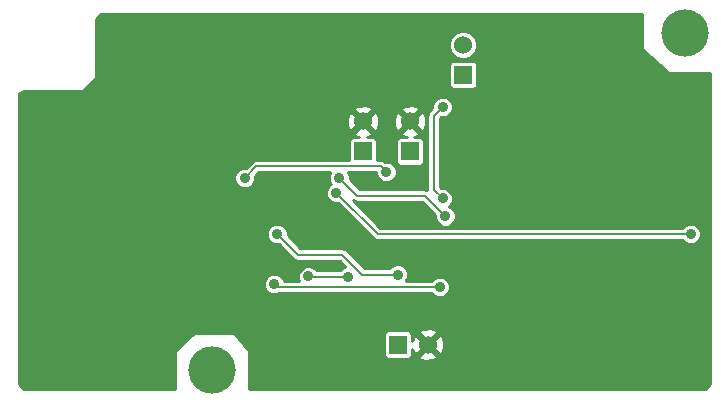
<source format=gbl>
G04 (created by PCBNEW-RS274X (2012-01-19 BZR 3256)-stable) date 12/5/2012 4:20:54 PM*
G01*
G70*
G90*
%MOIN*%
G04 Gerber Fmt 3.4, Leading zero omitted, Abs format*
%FSLAX34Y34*%
G04 APERTURE LIST*
%ADD10C,0.006000*%
%ADD11R,0.060000X0.060000*%
%ADD12C,0.060000*%
%ADD13C,0.157500*%
%ADD14C,0.035000*%
%ADD15C,0.008000*%
%ADD16C,0.010000*%
G04 APERTURE END LIST*
G54D10*
G54D11*
X57382Y-35736D03*
G54D12*
X57382Y-34736D03*
G54D11*
X55610Y-38295D03*
G54D12*
X55610Y-37295D03*
G54D11*
X54035Y-38295D03*
G54D12*
X54035Y-37295D03*
G54D13*
X49016Y-45571D03*
X64764Y-34343D03*
G54D11*
X55200Y-44730D03*
G54D12*
X56200Y-44730D03*
G54D14*
X64961Y-41043D03*
X53150Y-39665D03*
X53248Y-39173D03*
X56791Y-40453D03*
X53550Y-42470D03*
X52220Y-42460D03*
X55200Y-42400D03*
X51181Y-41043D03*
X56594Y-42815D03*
X51083Y-42717D03*
X50098Y-39173D03*
X54823Y-38976D03*
X56693Y-36811D03*
X56693Y-39862D03*
X46975Y-34275D03*
X56390Y-41580D03*
X52050Y-35450D03*
X48720Y-39370D03*
X43209Y-41437D03*
X44783Y-39764D03*
X43209Y-36516D03*
X43307Y-42421D03*
X46260Y-45177D03*
X53445Y-45177D03*
X56300Y-34400D03*
X45100Y-41000D03*
X49606Y-41240D03*
X56791Y-42224D03*
X56791Y-39272D03*
X64862Y-38681D03*
X49114Y-37992D03*
X60900Y-34325D03*
X64862Y-42815D03*
X43209Y-44390D03*
X48819Y-36122D03*
X51280Y-36811D03*
X53248Y-41240D03*
G54D15*
X54527Y-41043D02*
X64961Y-41043D01*
X53150Y-39666D02*
X54527Y-41043D01*
X53150Y-39665D02*
X53150Y-39666D01*
X56102Y-39764D02*
X53839Y-39764D01*
X53839Y-39764D02*
X53248Y-39173D01*
X56791Y-40453D02*
X56102Y-39764D01*
X52220Y-42460D02*
X52230Y-42470D01*
X52230Y-42470D02*
X53550Y-42470D01*
X53347Y-41732D02*
X54015Y-42400D01*
X51870Y-41732D02*
X53347Y-41732D01*
X51181Y-41043D02*
X51870Y-41732D01*
X54015Y-42400D02*
X55200Y-42400D01*
X51181Y-42815D02*
X56594Y-42815D01*
X51083Y-42717D02*
X51181Y-42815D01*
X54627Y-38780D02*
X50491Y-38780D01*
X50491Y-38780D02*
X50098Y-39173D01*
X54823Y-38976D02*
X54627Y-38780D01*
X56693Y-36811D02*
X56398Y-37106D01*
X56398Y-37106D02*
X56398Y-39567D01*
X56398Y-39567D02*
X56693Y-39862D01*
X46975Y-34275D02*
X46950Y-34275D01*
G54D10*
G36*
X65600Y-46042D02*
X65432Y-46210D01*
X65305Y-46210D01*
X65305Y-41112D01*
X65305Y-40975D01*
X65253Y-40849D01*
X65156Y-40752D01*
X65030Y-40699D01*
X64893Y-40699D01*
X64767Y-40751D01*
X64685Y-40833D01*
X57852Y-40833D01*
X57852Y-36070D01*
X57852Y-36002D01*
X57852Y-35402D01*
X57852Y-34830D01*
X57852Y-34643D01*
X57781Y-34470D01*
X57649Y-34338D01*
X57476Y-34266D01*
X57289Y-34266D01*
X57116Y-34337D01*
X56984Y-34469D01*
X56912Y-34642D01*
X56912Y-34829D01*
X56983Y-35002D01*
X57115Y-35134D01*
X57288Y-35206D01*
X57475Y-35206D01*
X57648Y-35135D01*
X57780Y-35003D01*
X57852Y-34830D01*
X57852Y-35402D01*
X57826Y-35340D01*
X57778Y-35292D01*
X57716Y-35266D01*
X57648Y-35266D01*
X57048Y-35266D01*
X56986Y-35292D01*
X56938Y-35340D01*
X56912Y-35402D01*
X56912Y-35470D01*
X56912Y-36070D01*
X56938Y-36132D01*
X56986Y-36180D01*
X57048Y-36206D01*
X57116Y-36206D01*
X57716Y-36206D01*
X57778Y-36180D01*
X57826Y-36132D01*
X57852Y-36070D01*
X57852Y-40833D01*
X54613Y-40833D01*
X53696Y-39916D01*
X53736Y-39942D01*
X53758Y-39957D01*
X53759Y-39958D01*
X53838Y-39973D01*
X53839Y-39974D01*
X56015Y-39974D01*
X56447Y-40405D01*
X56447Y-40521D01*
X56499Y-40647D01*
X56596Y-40744D01*
X56722Y-40797D01*
X56859Y-40797D01*
X56985Y-40745D01*
X57082Y-40648D01*
X57135Y-40522D01*
X57135Y-40385D01*
X57083Y-40259D01*
X56986Y-40162D01*
X56910Y-40130D01*
X56984Y-40057D01*
X57037Y-39931D01*
X57037Y-39794D01*
X56985Y-39668D01*
X56888Y-39571D01*
X56762Y-39518D01*
X56645Y-39518D01*
X56608Y-39480D01*
X56608Y-37192D01*
X56645Y-37155D01*
X56761Y-37155D01*
X56887Y-37103D01*
X56984Y-37006D01*
X57037Y-36880D01*
X57037Y-36743D01*
X56985Y-36617D01*
X56888Y-36520D01*
X56762Y-36467D01*
X56625Y-36467D01*
X56499Y-36519D01*
X56402Y-36616D01*
X56349Y-36742D01*
X56349Y-36858D01*
X56250Y-36958D01*
X56204Y-37025D01*
X56201Y-37038D01*
X56188Y-37106D01*
X56188Y-39567D01*
X56189Y-39574D01*
X56183Y-39570D01*
X56169Y-39567D01*
X56153Y-39563D01*
X56153Y-37374D01*
X56142Y-37161D01*
X56082Y-37014D01*
X55988Y-36987D01*
X55918Y-37057D01*
X55918Y-36917D01*
X55891Y-36823D01*
X55689Y-36752D01*
X55476Y-36763D01*
X55329Y-36823D01*
X55302Y-36917D01*
X55610Y-37224D01*
X55918Y-36917D01*
X55918Y-37057D01*
X55681Y-37295D01*
X55988Y-37603D01*
X56082Y-37576D01*
X56153Y-37374D01*
X56153Y-39563D01*
X56102Y-39554D01*
X56080Y-39554D01*
X56080Y-38629D01*
X56080Y-38561D01*
X56080Y-37961D01*
X56054Y-37899D01*
X56006Y-37851D01*
X55944Y-37825D01*
X55876Y-37825D01*
X55748Y-37825D01*
X55891Y-37767D01*
X55918Y-37673D01*
X55610Y-37366D01*
X55539Y-37436D01*
X55539Y-37295D01*
X55232Y-36987D01*
X55138Y-37014D01*
X55067Y-37216D01*
X55078Y-37429D01*
X55138Y-37576D01*
X55232Y-37603D01*
X55539Y-37295D01*
X55539Y-37436D01*
X55302Y-37673D01*
X55329Y-37767D01*
X55494Y-37825D01*
X55276Y-37825D01*
X55214Y-37851D01*
X55166Y-37899D01*
X55140Y-37961D01*
X55140Y-38029D01*
X55140Y-38629D01*
X55166Y-38691D01*
X55214Y-38739D01*
X55276Y-38765D01*
X55344Y-38765D01*
X55944Y-38765D01*
X56006Y-38739D01*
X56054Y-38691D01*
X56080Y-38629D01*
X56080Y-39554D01*
X53925Y-39554D01*
X53592Y-39220D01*
X53592Y-39105D01*
X53544Y-38990D01*
X54479Y-38990D01*
X54479Y-39044D01*
X54531Y-39170D01*
X54628Y-39267D01*
X54754Y-39320D01*
X54891Y-39320D01*
X55017Y-39268D01*
X55114Y-39171D01*
X55167Y-39045D01*
X55167Y-38908D01*
X55115Y-38782D01*
X55018Y-38685D01*
X54892Y-38632D01*
X54775Y-38632D01*
X54708Y-38586D01*
X54694Y-38583D01*
X54627Y-38570D01*
X54578Y-38570D01*
X54578Y-37374D01*
X54567Y-37161D01*
X54507Y-37014D01*
X54413Y-36987D01*
X54343Y-37057D01*
X54343Y-36917D01*
X54316Y-36823D01*
X54114Y-36752D01*
X53901Y-36763D01*
X53754Y-36823D01*
X53727Y-36917D01*
X54035Y-37224D01*
X54343Y-36917D01*
X54343Y-37057D01*
X54106Y-37295D01*
X54413Y-37603D01*
X54507Y-37576D01*
X54578Y-37374D01*
X54578Y-38570D01*
X54505Y-38570D01*
X54505Y-38561D01*
X54505Y-37961D01*
X54479Y-37899D01*
X54431Y-37851D01*
X54369Y-37825D01*
X54301Y-37825D01*
X54173Y-37825D01*
X54316Y-37767D01*
X54343Y-37673D01*
X54035Y-37366D01*
X53964Y-37436D01*
X53964Y-37295D01*
X53657Y-36987D01*
X53563Y-37014D01*
X53492Y-37216D01*
X53503Y-37429D01*
X53563Y-37576D01*
X53657Y-37603D01*
X53964Y-37295D01*
X53964Y-37436D01*
X53727Y-37673D01*
X53754Y-37767D01*
X53919Y-37825D01*
X53701Y-37825D01*
X53639Y-37851D01*
X53591Y-37899D01*
X53565Y-37961D01*
X53565Y-38029D01*
X53565Y-38570D01*
X50491Y-38570D01*
X50411Y-38586D01*
X50388Y-38601D01*
X50342Y-38632D01*
X50145Y-38829D01*
X50030Y-38829D01*
X49904Y-38881D01*
X49807Y-38978D01*
X49754Y-39104D01*
X49754Y-39241D01*
X49806Y-39367D01*
X49903Y-39464D01*
X50029Y-39517D01*
X50166Y-39517D01*
X50292Y-39465D01*
X50389Y-39368D01*
X50442Y-39242D01*
X50442Y-39125D01*
X50577Y-38990D01*
X52951Y-38990D01*
X52904Y-39104D01*
X52904Y-39241D01*
X52956Y-39367D01*
X52960Y-39371D01*
X52956Y-39373D01*
X52859Y-39470D01*
X52806Y-39596D01*
X52806Y-39733D01*
X52858Y-39859D01*
X52955Y-39956D01*
X53081Y-40009D01*
X53196Y-40009D01*
X54378Y-41191D01*
X54379Y-41191D01*
X54424Y-41221D01*
X54446Y-41236D01*
X54447Y-41237D01*
X54527Y-41253D01*
X64685Y-41253D01*
X64766Y-41334D01*
X64892Y-41387D01*
X65029Y-41387D01*
X65155Y-41335D01*
X65252Y-41238D01*
X65305Y-41112D01*
X65305Y-46210D01*
X56938Y-46210D01*
X56938Y-42884D01*
X56938Y-42747D01*
X56886Y-42621D01*
X56789Y-42524D01*
X56663Y-42471D01*
X56526Y-42471D01*
X56400Y-42523D01*
X56318Y-42605D01*
X55481Y-42605D01*
X55491Y-42595D01*
X55544Y-42469D01*
X55544Y-42332D01*
X55492Y-42206D01*
X55395Y-42109D01*
X55269Y-42056D01*
X55132Y-42056D01*
X55006Y-42108D01*
X54924Y-42190D01*
X54101Y-42190D01*
X53495Y-41584D01*
X53428Y-41538D01*
X53414Y-41535D01*
X53347Y-41522D01*
X51956Y-41522D01*
X51525Y-41090D01*
X51525Y-40975D01*
X51473Y-40849D01*
X51376Y-40752D01*
X51250Y-40699D01*
X51113Y-40699D01*
X50987Y-40751D01*
X50890Y-40848D01*
X50837Y-40974D01*
X50837Y-41111D01*
X50889Y-41237D01*
X50986Y-41334D01*
X51112Y-41387D01*
X51228Y-41387D01*
X51721Y-41880D01*
X51722Y-41880D01*
X51767Y-41910D01*
X51789Y-41925D01*
X51790Y-41926D01*
X51870Y-41942D01*
X53260Y-41942D01*
X53455Y-42136D01*
X53356Y-42178D01*
X53274Y-42260D01*
X52506Y-42260D01*
X52415Y-42169D01*
X52289Y-42116D01*
X52152Y-42116D01*
X52026Y-42168D01*
X51929Y-42265D01*
X51876Y-42391D01*
X51876Y-42528D01*
X51907Y-42605D01*
X51408Y-42605D01*
X51375Y-42523D01*
X51278Y-42426D01*
X51152Y-42373D01*
X51015Y-42373D01*
X50889Y-42425D01*
X50792Y-42522D01*
X50739Y-42648D01*
X50739Y-42785D01*
X50791Y-42911D01*
X50888Y-43008D01*
X51014Y-43061D01*
X51151Y-43061D01*
X51238Y-43025D01*
X56318Y-43025D01*
X56399Y-43106D01*
X56525Y-43159D01*
X56662Y-43159D01*
X56788Y-43107D01*
X56885Y-43010D01*
X56938Y-42884D01*
X56938Y-46210D01*
X56743Y-46210D01*
X56743Y-44809D01*
X56732Y-44596D01*
X56672Y-44449D01*
X56578Y-44422D01*
X56508Y-44492D01*
X56508Y-44352D01*
X56481Y-44258D01*
X56279Y-44187D01*
X56066Y-44198D01*
X55919Y-44258D01*
X55892Y-44352D01*
X56200Y-44659D01*
X56508Y-44352D01*
X56508Y-44492D01*
X56271Y-44730D01*
X56578Y-45038D01*
X56672Y-45011D01*
X56743Y-44809D01*
X56743Y-46210D01*
X56508Y-46210D01*
X56508Y-45108D01*
X56200Y-44801D01*
X56129Y-44871D01*
X56129Y-44730D01*
X55822Y-44422D01*
X55728Y-44449D01*
X55670Y-44614D01*
X55670Y-44396D01*
X55644Y-44334D01*
X55596Y-44286D01*
X55534Y-44260D01*
X55466Y-44260D01*
X54866Y-44260D01*
X54804Y-44286D01*
X54756Y-44334D01*
X54730Y-44396D01*
X54730Y-44464D01*
X54730Y-45064D01*
X54756Y-45126D01*
X54804Y-45174D01*
X54866Y-45200D01*
X54934Y-45200D01*
X55534Y-45200D01*
X55596Y-45174D01*
X55644Y-45126D01*
X55670Y-45064D01*
X55670Y-44996D01*
X55670Y-44868D01*
X55728Y-45011D01*
X55822Y-45038D01*
X56129Y-44730D01*
X56129Y-44871D01*
X55892Y-45108D01*
X55919Y-45202D01*
X56121Y-45273D01*
X56334Y-45262D01*
X56481Y-45202D01*
X56508Y-45108D01*
X56508Y-46210D01*
X50247Y-46210D01*
X50247Y-44962D01*
X49728Y-44340D01*
X48404Y-44340D01*
X47785Y-44959D01*
X47785Y-46210D01*
X42738Y-46210D01*
X42570Y-46042D01*
X42570Y-36430D01*
X42583Y-36361D01*
X42602Y-36333D01*
X42726Y-36271D01*
X42729Y-36270D01*
X42732Y-36270D01*
X44706Y-36270D01*
X45129Y-35848D01*
X45129Y-33879D01*
X45296Y-33711D01*
X45297Y-33711D01*
X45297Y-33710D01*
X45302Y-33710D01*
X45481Y-33710D01*
X63336Y-33710D01*
X63336Y-34865D01*
X64253Y-35680D01*
X65600Y-35680D01*
X65600Y-46042D01*
X65600Y-46042D01*
G37*
G54D16*
X65600Y-46042D02*
X65432Y-46210D01*
X65305Y-46210D01*
X65305Y-41112D01*
X65305Y-40975D01*
X65253Y-40849D01*
X65156Y-40752D01*
X65030Y-40699D01*
X64893Y-40699D01*
X64767Y-40751D01*
X64685Y-40833D01*
X57852Y-40833D01*
X57852Y-36070D01*
X57852Y-36002D01*
X57852Y-35402D01*
X57852Y-34830D01*
X57852Y-34643D01*
X57781Y-34470D01*
X57649Y-34338D01*
X57476Y-34266D01*
X57289Y-34266D01*
X57116Y-34337D01*
X56984Y-34469D01*
X56912Y-34642D01*
X56912Y-34829D01*
X56983Y-35002D01*
X57115Y-35134D01*
X57288Y-35206D01*
X57475Y-35206D01*
X57648Y-35135D01*
X57780Y-35003D01*
X57852Y-34830D01*
X57852Y-35402D01*
X57826Y-35340D01*
X57778Y-35292D01*
X57716Y-35266D01*
X57648Y-35266D01*
X57048Y-35266D01*
X56986Y-35292D01*
X56938Y-35340D01*
X56912Y-35402D01*
X56912Y-35470D01*
X56912Y-36070D01*
X56938Y-36132D01*
X56986Y-36180D01*
X57048Y-36206D01*
X57116Y-36206D01*
X57716Y-36206D01*
X57778Y-36180D01*
X57826Y-36132D01*
X57852Y-36070D01*
X57852Y-40833D01*
X54613Y-40833D01*
X53696Y-39916D01*
X53736Y-39942D01*
X53758Y-39957D01*
X53759Y-39958D01*
X53838Y-39973D01*
X53839Y-39974D01*
X56015Y-39974D01*
X56447Y-40405D01*
X56447Y-40521D01*
X56499Y-40647D01*
X56596Y-40744D01*
X56722Y-40797D01*
X56859Y-40797D01*
X56985Y-40745D01*
X57082Y-40648D01*
X57135Y-40522D01*
X57135Y-40385D01*
X57083Y-40259D01*
X56986Y-40162D01*
X56910Y-40130D01*
X56984Y-40057D01*
X57037Y-39931D01*
X57037Y-39794D01*
X56985Y-39668D01*
X56888Y-39571D01*
X56762Y-39518D01*
X56645Y-39518D01*
X56608Y-39480D01*
X56608Y-37192D01*
X56645Y-37155D01*
X56761Y-37155D01*
X56887Y-37103D01*
X56984Y-37006D01*
X57037Y-36880D01*
X57037Y-36743D01*
X56985Y-36617D01*
X56888Y-36520D01*
X56762Y-36467D01*
X56625Y-36467D01*
X56499Y-36519D01*
X56402Y-36616D01*
X56349Y-36742D01*
X56349Y-36858D01*
X56250Y-36958D01*
X56204Y-37025D01*
X56201Y-37038D01*
X56188Y-37106D01*
X56188Y-39567D01*
X56189Y-39574D01*
X56183Y-39570D01*
X56169Y-39567D01*
X56153Y-39563D01*
X56153Y-37374D01*
X56142Y-37161D01*
X56082Y-37014D01*
X55988Y-36987D01*
X55918Y-37057D01*
X55918Y-36917D01*
X55891Y-36823D01*
X55689Y-36752D01*
X55476Y-36763D01*
X55329Y-36823D01*
X55302Y-36917D01*
X55610Y-37224D01*
X55918Y-36917D01*
X55918Y-37057D01*
X55681Y-37295D01*
X55988Y-37603D01*
X56082Y-37576D01*
X56153Y-37374D01*
X56153Y-39563D01*
X56102Y-39554D01*
X56080Y-39554D01*
X56080Y-38629D01*
X56080Y-38561D01*
X56080Y-37961D01*
X56054Y-37899D01*
X56006Y-37851D01*
X55944Y-37825D01*
X55876Y-37825D01*
X55748Y-37825D01*
X55891Y-37767D01*
X55918Y-37673D01*
X55610Y-37366D01*
X55539Y-37436D01*
X55539Y-37295D01*
X55232Y-36987D01*
X55138Y-37014D01*
X55067Y-37216D01*
X55078Y-37429D01*
X55138Y-37576D01*
X55232Y-37603D01*
X55539Y-37295D01*
X55539Y-37436D01*
X55302Y-37673D01*
X55329Y-37767D01*
X55494Y-37825D01*
X55276Y-37825D01*
X55214Y-37851D01*
X55166Y-37899D01*
X55140Y-37961D01*
X55140Y-38029D01*
X55140Y-38629D01*
X55166Y-38691D01*
X55214Y-38739D01*
X55276Y-38765D01*
X55344Y-38765D01*
X55944Y-38765D01*
X56006Y-38739D01*
X56054Y-38691D01*
X56080Y-38629D01*
X56080Y-39554D01*
X53925Y-39554D01*
X53592Y-39220D01*
X53592Y-39105D01*
X53544Y-38990D01*
X54479Y-38990D01*
X54479Y-39044D01*
X54531Y-39170D01*
X54628Y-39267D01*
X54754Y-39320D01*
X54891Y-39320D01*
X55017Y-39268D01*
X55114Y-39171D01*
X55167Y-39045D01*
X55167Y-38908D01*
X55115Y-38782D01*
X55018Y-38685D01*
X54892Y-38632D01*
X54775Y-38632D01*
X54708Y-38586D01*
X54694Y-38583D01*
X54627Y-38570D01*
X54578Y-38570D01*
X54578Y-37374D01*
X54567Y-37161D01*
X54507Y-37014D01*
X54413Y-36987D01*
X54343Y-37057D01*
X54343Y-36917D01*
X54316Y-36823D01*
X54114Y-36752D01*
X53901Y-36763D01*
X53754Y-36823D01*
X53727Y-36917D01*
X54035Y-37224D01*
X54343Y-36917D01*
X54343Y-37057D01*
X54106Y-37295D01*
X54413Y-37603D01*
X54507Y-37576D01*
X54578Y-37374D01*
X54578Y-38570D01*
X54505Y-38570D01*
X54505Y-38561D01*
X54505Y-37961D01*
X54479Y-37899D01*
X54431Y-37851D01*
X54369Y-37825D01*
X54301Y-37825D01*
X54173Y-37825D01*
X54316Y-37767D01*
X54343Y-37673D01*
X54035Y-37366D01*
X53964Y-37436D01*
X53964Y-37295D01*
X53657Y-36987D01*
X53563Y-37014D01*
X53492Y-37216D01*
X53503Y-37429D01*
X53563Y-37576D01*
X53657Y-37603D01*
X53964Y-37295D01*
X53964Y-37436D01*
X53727Y-37673D01*
X53754Y-37767D01*
X53919Y-37825D01*
X53701Y-37825D01*
X53639Y-37851D01*
X53591Y-37899D01*
X53565Y-37961D01*
X53565Y-38029D01*
X53565Y-38570D01*
X50491Y-38570D01*
X50411Y-38586D01*
X50388Y-38601D01*
X50342Y-38632D01*
X50145Y-38829D01*
X50030Y-38829D01*
X49904Y-38881D01*
X49807Y-38978D01*
X49754Y-39104D01*
X49754Y-39241D01*
X49806Y-39367D01*
X49903Y-39464D01*
X50029Y-39517D01*
X50166Y-39517D01*
X50292Y-39465D01*
X50389Y-39368D01*
X50442Y-39242D01*
X50442Y-39125D01*
X50577Y-38990D01*
X52951Y-38990D01*
X52904Y-39104D01*
X52904Y-39241D01*
X52956Y-39367D01*
X52960Y-39371D01*
X52956Y-39373D01*
X52859Y-39470D01*
X52806Y-39596D01*
X52806Y-39733D01*
X52858Y-39859D01*
X52955Y-39956D01*
X53081Y-40009D01*
X53196Y-40009D01*
X54378Y-41191D01*
X54379Y-41191D01*
X54424Y-41221D01*
X54446Y-41236D01*
X54447Y-41237D01*
X54527Y-41253D01*
X64685Y-41253D01*
X64766Y-41334D01*
X64892Y-41387D01*
X65029Y-41387D01*
X65155Y-41335D01*
X65252Y-41238D01*
X65305Y-41112D01*
X65305Y-46210D01*
X56938Y-46210D01*
X56938Y-42884D01*
X56938Y-42747D01*
X56886Y-42621D01*
X56789Y-42524D01*
X56663Y-42471D01*
X56526Y-42471D01*
X56400Y-42523D01*
X56318Y-42605D01*
X55481Y-42605D01*
X55491Y-42595D01*
X55544Y-42469D01*
X55544Y-42332D01*
X55492Y-42206D01*
X55395Y-42109D01*
X55269Y-42056D01*
X55132Y-42056D01*
X55006Y-42108D01*
X54924Y-42190D01*
X54101Y-42190D01*
X53495Y-41584D01*
X53428Y-41538D01*
X53414Y-41535D01*
X53347Y-41522D01*
X51956Y-41522D01*
X51525Y-41090D01*
X51525Y-40975D01*
X51473Y-40849D01*
X51376Y-40752D01*
X51250Y-40699D01*
X51113Y-40699D01*
X50987Y-40751D01*
X50890Y-40848D01*
X50837Y-40974D01*
X50837Y-41111D01*
X50889Y-41237D01*
X50986Y-41334D01*
X51112Y-41387D01*
X51228Y-41387D01*
X51721Y-41880D01*
X51722Y-41880D01*
X51767Y-41910D01*
X51789Y-41925D01*
X51790Y-41926D01*
X51870Y-41942D01*
X53260Y-41942D01*
X53455Y-42136D01*
X53356Y-42178D01*
X53274Y-42260D01*
X52506Y-42260D01*
X52415Y-42169D01*
X52289Y-42116D01*
X52152Y-42116D01*
X52026Y-42168D01*
X51929Y-42265D01*
X51876Y-42391D01*
X51876Y-42528D01*
X51907Y-42605D01*
X51408Y-42605D01*
X51375Y-42523D01*
X51278Y-42426D01*
X51152Y-42373D01*
X51015Y-42373D01*
X50889Y-42425D01*
X50792Y-42522D01*
X50739Y-42648D01*
X50739Y-42785D01*
X50791Y-42911D01*
X50888Y-43008D01*
X51014Y-43061D01*
X51151Y-43061D01*
X51238Y-43025D01*
X56318Y-43025D01*
X56399Y-43106D01*
X56525Y-43159D01*
X56662Y-43159D01*
X56788Y-43107D01*
X56885Y-43010D01*
X56938Y-42884D01*
X56938Y-46210D01*
X56743Y-46210D01*
X56743Y-44809D01*
X56732Y-44596D01*
X56672Y-44449D01*
X56578Y-44422D01*
X56508Y-44492D01*
X56508Y-44352D01*
X56481Y-44258D01*
X56279Y-44187D01*
X56066Y-44198D01*
X55919Y-44258D01*
X55892Y-44352D01*
X56200Y-44659D01*
X56508Y-44352D01*
X56508Y-44492D01*
X56271Y-44730D01*
X56578Y-45038D01*
X56672Y-45011D01*
X56743Y-44809D01*
X56743Y-46210D01*
X56508Y-46210D01*
X56508Y-45108D01*
X56200Y-44801D01*
X56129Y-44871D01*
X56129Y-44730D01*
X55822Y-44422D01*
X55728Y-44449D01*
X55670Y-44614D01*
X55670Y-44396D01*
X55644Y-44334D01*
X55596Y-44286D01*
X55534Y-44260D01*
X55466Y-44260D01*
X54866Y-44260D01*
X54804Y-44286D01*
X54756Y-44334D01*
X54730Y-44396D01*
X54730Y-44464D01*
X54730Y-45064D01*
X54756Y-45126D01*
X54804Y-45174D01*
X54866Y-45200D01*
X54934Y-45200D01*
X55534Y-45200D01*
X55596Y-45174D01*
X55644Y-45126D01*
X55670Y-45064D01*
X55670Y-44996D01*
X55670Y-44868D01*
X55728Y-45011D01*
X55822Y-45038D01*
X56129Y-44730D01*
X56129Y-44871D01*
X55892Y-45108D01*
X55919Y-45202D01*
X56121Y-45273D01*
X56334Y-45262D01*
X56481Y-45202D01*
X56508Y-45108D01*
X56508Y-46210D01*
X50247Y-46210D01*
X50247Y-44962D01*
X49728Y-44340D01*
X48404Y-44340D01*
X47785Y-44959D01*
X47785Y-46210D01*
X42738Y-46210D01*
X42570Y-46042D01*
X42570Y-36430D01*
X42583Y-36361D01*
X42602Y-36333D01*
X42726Y-36271D01*
X42729Y-36270D01*
X42732Y-36270D01*
X44706Y-36270D01*
X45129Y-35848D01*
X45129Y-33879D01*
X45296Y-33711D01*
X45297Y-33711D01*
X45297Y-33710D01*
X45302Y-33710D01*
X45481Y-33710D01*
X63336Y-33710D01*
X63336Y-34865D01*
X64253Y-35680D01*
X65600Y-35680D01*
X65600Y-46042D01*
M02*

</source>
